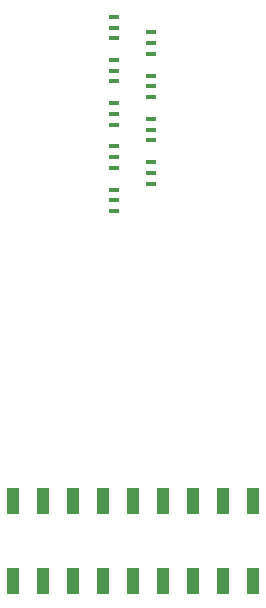
<source format=gtp>
%TF.GenerationSoftware,KiCad,Pcbnew,7.0.5-94-gd77180d9b5*%
%TF.CreationDate,2023-06-13T20:43:17-05:00*%
%TF.ProjectId,Tek P6860 Adapter v.2,54656b20-5036-4383-9630-204164617074,rev?*%
%TF.SameCoordinates,Original*%
%TF.FileFunction,Paste,Top*%
%TF.FilePolarity,Positive*%
%FSLAX46Y46*%
G04 Gerber Fmt 4.6, Leading zero omitted, Abs format (unit mm)*
G04 Created by KiCad (PCBNEW 7.0.5-94-gd77180d9b5) date 2023-06-13 20:43:17*
%MOMM*%
%LPD*%
G01*
G04 APERTURE LIST*
%ADD10R,0.810000X0.410000*%
%ADD11R,1.120000X2.160000*%
G04 APERTURE END LIST*
D10*
%TO.C,J4*%
X29677000Y-46302000D03*
X29677000Y-45387000D03*
X29677000Y-44482000D03*
X29677000Y-42642000D03*
X29677000Y-41732000D03*
X29677000Y-40822000D03*
X29677000Y-38977000D03*
X29677000Y-38072000D03*
X29677000Y-37162000D03*
X29677000Y-35322000D03*
X29677000Y-34407000D03*
X29677000Y-33502000D03*
X29677000Y-31667000D03*
X29677000Y-30757000D03*
X29677000Y-29847000D03*
X32807000Y-43962000D03*
X32807000Y-43052000D03*
X32812000Y-42142000D03*
X32812000Y-40302000D03*
X32812000Y-39392000D03*
X32812000Y-38482000D03*
X32812000Y-36647000D03*
X32812000Y-35742000D03*
X32812000Y-34832000D03*
X32807000Y-32992000D03*
X32807000Y-32082000D03*
X32812000Y-31172000D03*
%TD*%
D11*
%TO.C,SW1*%
X41402000Y-70866000D03*
X38862000Y-70866000D03*
X36322000Y-70866000D03*
X33782000Y-70866000D03*
X31242000Y-70866000D03*
X28702000Y-70866000D03*
X26162000Y-70866000D03*
X23622000Y-70866000D03*
X21082000Y-70866000D03*
X21082000Y-77596000D03*
X23622000Y-77596000D03*
X26162000Y-77596000D03*
X28702000Y-77596000D03*
X31242000Y-77596000D03*
X33782000Y-77596000D03*
X36322000Y-77596000D03*
X38862000Y-77596000D03*
X41402000Y-77596000D03*
%TD*%
M02*

</source>
